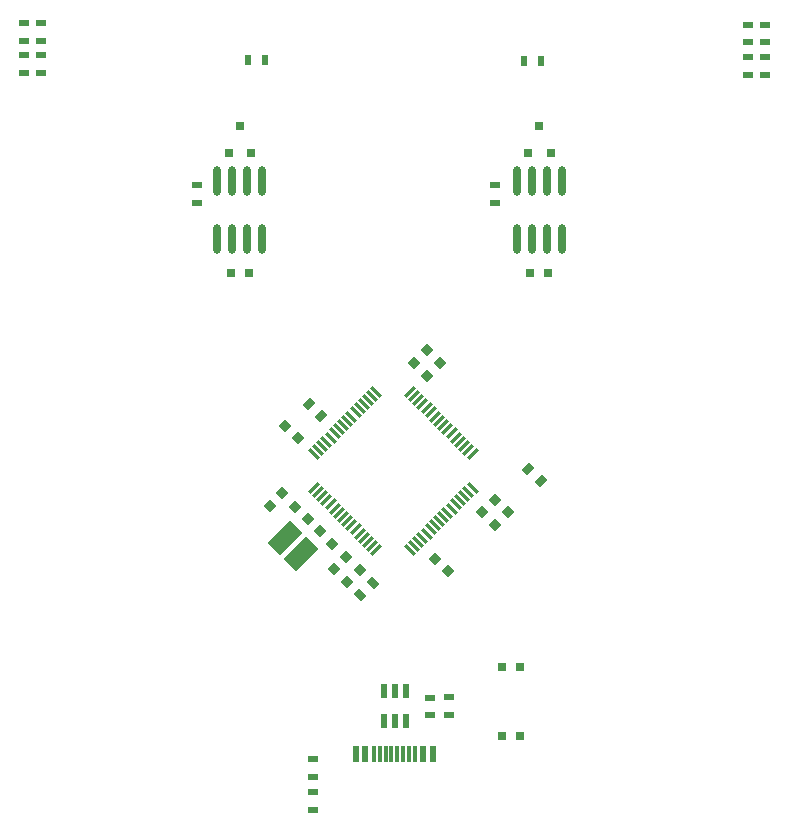
<source format=gtp>
G04*
G04 #@! TF.GenerationSoftware,Altium Limited,Altium Designer,24.4.1 (13)*
G04*
G04 Layer_Color=8421504*
%FSLAX25Y25*%
%MOIN*%
G70*
G04*
G04 #@! TF.SameCoordinates,CE62225C-9D11-4DC4-9690-87E0813CFFB1*
G04*
G04*
G04 #@! TF.FilePolarity,Positive*
G04*
G01*
G75*
%ADD17R,0.03150X0.03150*%
%ADD18R,0.02362X0.05709*%
%ADD19R,0.01181X0.05709*%
%ADD20R,0.03543X0.02362*%
G04:AMPARAMS|DCode=21|XSize=47.64mil|YSize=23.23mil|CornerRadius=2.9mil|HoleSize=0mil|Usage=FLASHONLY|Rotation=270.000|XOffset=0mil|YOffset=0mil|HoleType=Round|Shape=RoundedRectangle|*
%AMROUNDEDRECTD21*
21,1,0.04764,0.01742,0,0,270.0*
21,1,0.04183,0.02323,0,0,270.0*
1,1,0.00581,-0.00871,-0.02092*
1,1,0.00581,-0.00871,0.02092*
1,1,0.00581,0.00871,0.02092*
1,1,0.00581,0.00871,-0.02092*
%
%ADD21ROUNDEDRECTD21*%
G04:AMPARAMS|DCode=22|XSize=23.62mil|YSize=35.43mil|CornerRadius=0mil|HoleSize=0mil|Usage=FLASHONLY|Rotation=135.000|XOffset=0mil|YOffset=0mil|HoleType=Round|Shape=Rectangle|*
%AMROTATEDRECTD22*
4,1,4,0.02088,0.00418,-0.00418,-0.02088,-0.02088,-0.00418,0.00418,0.02088,0.02088,0.00418,0.0*
%
%ADD22ROTATEDRECTD22*%

%ADD23P,0.04454X4X180.0*%
%ADD24P,0.04454X4X90.0*%
G04:AMPARAMS|DCode=25|XSize=23.62mil|YSize=35.43mil|CornerRadius=0mil|HoleSize=0mil|Usage=FLASHONLY|Rotation=45.000|XOffset=0mil|YOffset=0mil|HoleType=Round|Shape=Rectangle|*
%AMROTATEDRECTD25*
4,1,4,0.00418,-0.02088,-0.02088,0.00418,-0.00418,0.02088,0.02088,-0.00418,0.00418,-0.02088,0.0*
%
%ADD25ROTATEDRECTD25*%

G04:AMPARAMS|DCode=26|XSize=47mil|YSize=12mil|CornerRadius=0mil|HoleSize=0mil|Usage=FLASHONLY|Rotation=45.000|XOffset=0mil|YOffset=0mil|HoleType=Round|Shape=Rectangle|*
%AMROTATEDRECTD26*
4,1,4,-0.01237,-0.02086,-0.02086,-0.01237,0.01237,0.02086,0.02086,0.01237,-0.01237,-0.02086,0.0*
%
%ADD26ROTATEDRECTD26*%

G04:AMPARAMS|DCode=27|XSize=47mil|YSize=12mil|CornerRadius=0mil|HoleSize=0mil|Usage=FLASHONLY|Rotation=135.000|XOffset=0mil|YOffset=0mil|HoleType=Round|Shape=Rectangle|*
%AMROTATEDRECTD27*
4,1,4,0.02086,-0.01237,0.01237,-0.02086,-0.02086,0.01237,-0.01237,0.02086,0.02086,-0.01237,0.0*
%
%ADD27ROTATEDRECTD27*%

%ADD28O,0.02756X0.09843*%
%ADD29R,0.03000X0.03000*%
%ADD30R,0.02362X0.03543*%
G04:AMPARAMS|DCode=31|XSize=59.06mil|YSize=106.3mil|CornerRadius=0mil|HoleSize=0mil|Usage=FLASHONLY|Rotation=135.000|XOffset=0mil|YOffset=0mil|HoleType=Round|Shape=Rectangle|*
%AMROTATEDRECTD31*
4,1,4,0.05846,0.01670,-0.01670,-0.05846,-0.05846,-0.01670,0.01670,0.05846,0.05846,0.01670,0.0*
%
%ADD31ROTATEDRECTD31*%

D17*
X180915Y-38950D02*
D03*
X186820D02*
D03*
Y-15918D02*
D03*
X180915D02*
D03*
X90453Y115354D02*
D03*
X96358D02*
D03*
X190157Y115157D02*
D03*
X196063D02*
D03*
D18*
X132087Y-45000D02*
D03*
X135236D02*
D03*
X154528D02*
D03*
X157677D02*
D03*
D19*
X143898D02*
D03*
X141929D02*
D03*
X139961D02*
D03*
X137992D02*
D03*
X145866D02*
D03*
X147835D02*
D03*
X149803D02*
D03*
X151772D02*
D03*
D20*
X163248Y-26181D02*
D03*
Y-32087D02*
D03*
X156653Y-26280D02*
D03*
Y-32185D02*
D03*
X117913Y-63583D02*
D03*
Y-57677D02*
D03*
Y-52756D02*
D03*
Y-46850D02*
D03*
X27165Y187795D02*
D03*
Y181890D02*
D03*
X268307Y198031D02*
D03*
Y192126D02*
D03*
X178445Y144587D02*
D03*
Y138681D02*
D03*
X78937Y144587D02*
D03*
Y138681D02*
D03*
X27165Y192717D02*
D03*
Y198622D02*
D03*
X21457Y192717D02*
D03*
Y198622D02*
D03*
X262598Y192126D02*
D03*
Y198031D02*
D03*
Y181299D02*
D03*
Y187205D02*
D03*
X268307Y181299D02*
D03*
Y187205D02*
D03*
X21457Y181890D02*
D03*
Y187795D02*
D03*
D21*
X148779Y-24094D02*
D03*
X145039D02*
D03*
X141299D02*
D03*
Y-33976D02*
D03*
X145039D02*
D03*
X148779D02*
D03*
D22*
X193623Y45845D02*
D03*
X189447Y50021D02*
D03*
X120493Y67597D02*
D03*
X116318Y71773D02*
D03*
D23*
X174093Y35454D02*
D03*
X178269Y31278D02*
D03*
X120058Y29155D02*
D03*
X124234Y24979D02*
D03*
X178445Y39764D02*
D03*
X182621Y35588D02*
D03*
X108542Y64391D02*
D03*
X112718Y60215D02*
D03*
X111769Y37345D02*
D03*
X115945Y33169D02*
D03*
X162718Y15825D02*
D03*
X158542Y20001D02*
D03*
D24*
X133289Y16360D02*
D03*
X129113Y12184D02*
D03*
X128782Y20711D02*
D03*
X124606Y16535D02*
D03*
X155631Y89588D02*
D03*
X151455Y85412D02*
D03*
X103325Y37676D02*
D03*
X107501Y41852D02*
D03*
X155786Y81081D02*
D03*
X159962Y85257D02*
D03*
D25*
X133542Y7853D02*
D03*
X137718Y12029D02*
D03*
D26*
X118041Y43743D02*
D03*
X119433Y42351D02*
D03*
X120825Y40959D02*
D03*
X122217Y39567D02*
D03*
X123609Y38175D02*
D03*
X125001Y36784D02*
D03*
X126393Y35392D02*
D03*
X127785Y34000D02*
D03*
X129177Y32608D02*
D03*
X130569Y31216D02*
D03*
X131961Y29824D02*
D03*
X133353Y28432D02*
D03*
X134745Y27040D02*
D03*
X136137Y25648D02*
D03*
X137529Y24256D02*
D03*
X138920Y22864D02*
D03*
X170935Y54879D02*
D03*
X169543Y56271D02*
D03*
X168151Y57663D02*
D03*
X166759Y59055D02*
D03*
X165367Y60447D02*
D03*
X163975Y61839D02*
D03*
X162583Y63230D02*
D03*
X161191Y64622D02*
D03*
X159800Y66014D02*
D03*
X158408Y67406D02*
D03*
X157016Y68798D02*
D03*
X155624Y70190D02*
D03*
X154232Y71582D02*
D03*
X152840Y72974D02*
D03*
X151448Y74366D02*
D03*
X150056Y75758D02*
D03*
D27*
Y22864D02*
D03*
X151448Y24256D02*
D03*
X152840Y25648D02*
D03*
X154232Y27040D02*
D03*
X155624Y28432D02*
D03*
X157016Y29824D02*
D03*
X158408Y31216D02*
D03*
X159800Y32608D02*
D03*
X161191Y34000D02*
D03*
X162583Y35392D02*
D03*
X163975Y36783D02*
D03*
X165367Y38175D02*
D03*
X166759Y39567D02*
D03*
X168151Y40959D02*
D03*
X169543Y42351D02*
D03*
X170935Y43743D02*
D03*
X138920Y75758D02*
D03*
X137529Y74366D02*
D03*
X136137Y72974D02*
D03*
X134745Y71582D02*
D03*
X133353Y70190D02*
D03*
X131961Y68798D02*
D03*
X130569Y67406D02*
D03*
X129177Y66014D02*
D03*
X127785Y64622D02*
D03*
X126393Y63230D02*
D03*
X125001Y61839D02*
D03*
X123609Y60447D02*
D03*
X122217Y59055D02*
D03*
X120825Y57663D02*
D03*
X119433Y56271D02*
D03*
X118041Y54879D02*
D03*
D28*
X100807Y145866D02*
D03*
X95807D02*
D03*
X90807D02*
D03*
X85807D02*
D03*
X100807Y126575D02*
D03*
X95807D02*
D03*
X90807D02*
D03*
X85807D02*
D03*
X200807Y145866D02*
D03*
X195807D02*
D03*
X190807D02*
D03*
X185807D02*
D03*
X200807Y126575D02*
D03*
X195807D02*
D03*
X190807D02*
D03*
X185807D02*
D03*
D29*
X196949Y155173D02*
D03*
X189449D02*
D03*
X193199Y164173D02*
D03*
X97155Y155173D02*
D03*
X89656D02*
D03*
X93405Y164173D02*
D03*
D30*
X95965Y186319D02*
D03*
X101870D02*
D03*
X193898Y186024D02*
D03*
X187992D02*
D03*
D31*
X108477Y26858D02*
D03*
X113767Y21568D02*
D03*
M02*

</source>
